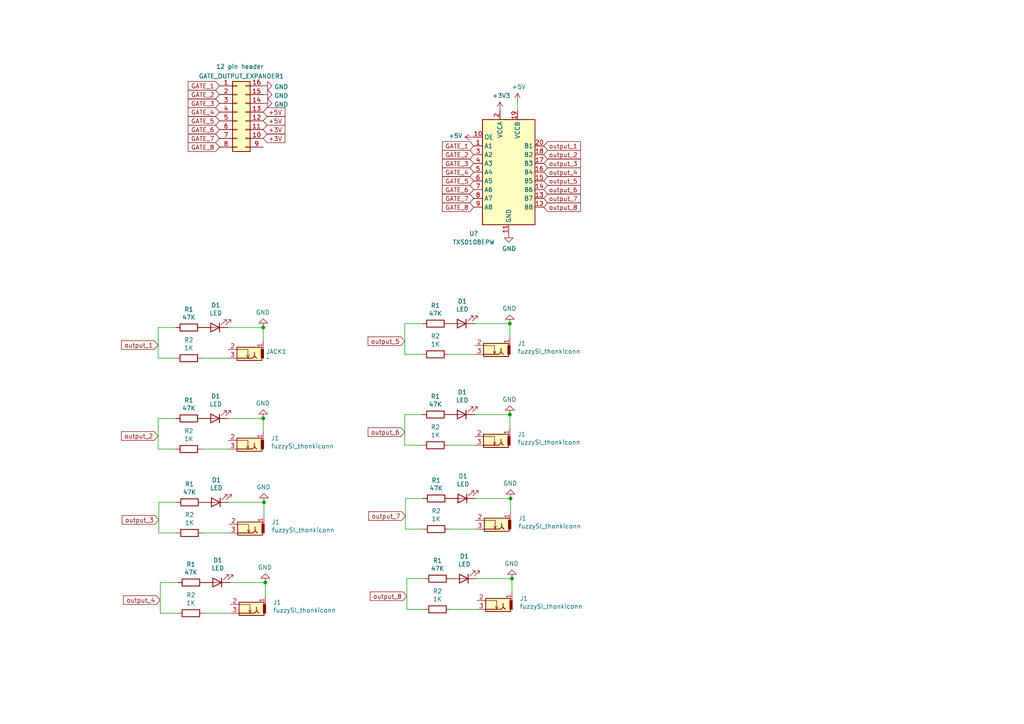
<source format=kicad_sch>
(kicad_sch (version 20230121) (generator eeschema)
  (paper "A4")
  (lib_symbols
    (symbol "Connector_Generic:Conn_02x08_Counter_Clockwise" (pin_names (offset 1.016) hide)
      (property "Reference" "J" (at 1.27 10.16 0))
      (property "Value" "Conn_02x08_Counter_Clockwise" (at 1.27 -12.7 0))
      (symbol "Conn_02x08_Counter_Clockwise_1_1"
        (rectangle (start -1.27 -10.033) (end 0 -10.287) (stroke (width 0.1524)))
        (rectangle (start -1.27 -7.493) (end 0 -7.747) (stroke (width 0.1524)))
        (rectangle (start -1.27 -4.953) (end 0 -5.207) (stroke (width 0.1524)))
        (rectangle (start -1.27 -2.413) (end 0 -2.667) (stroke (width 0.1524)))
        (rectangle (start -1.27 0.127) (end 0 -0.127) (stroke (width 0.1524)))
        (rectangle (start -1.27 2.667) (end 0 2.413) (stroke (width 0.1524)))
        (rectangle (start -1.27 5.207) (end 0 4.953) (stroke (width 0.1524)))
        (rectangle (start -1.27 7.747) (end 0 7.493) (stroke (width 0.1524)))
        (rectangle (start -1.27 8.89) (end 3.81 -11.43) (stroke (width 0.254)) (fill (type background)))
        (rectangle (start 3.81 -10.033) (end 2.54 -10.287) (stroke (width 0.1524)))
        (rectangle (start 3.81 -7.493) (end 2.54 -7.747) (stroke (width 0.1524)))
        (rectangle (start 3.81 -4.953) (end 2.54 -5.207) (stroke (width 0.1524)))
        (rectangle (start 3.81 -2.413) (end 2.54 -2.667) (stroke (width 0.1524)))
        (rectangle (start 3.81 0.127) (end 2.54 -0.127) (stroke (width 0.1524)))
        (rectangle (start 3.81 2.667) (end 2.54 2.413) (stroke (width 0.1524)))
        (rectangle (start 3.81 5.207) (end 2.54 4.953) (stroke (width 0.1524)))
        (rectangle (start 3.81 7.747) (end 2.54 7.493) (stroke (width 0.1524)))
        (pin passive line (at -5.08 7.62 0) (length 3.81) (name "Pin_1") (number "1"))
        (pin passive line (at 7.62 -7.62 180) (length 3.81) (name "Pin_10") (number "10"))
        (pin passive line (at 7.62 -5.08 180) (length 3.81) (name "Pin_11") (number "11"))
        (pin passive line (at 7.62 -2.54 180) (length 3.81) (name "Pin_12") (number "12"))
        (pin passive line (at 7.62 0 180) (length 3.81) (name "Pin_13") (number "13"))
        (pin passive line (at 7.62 2.54 180) (length 3.81) (name "Pin_14") (number "14"))
        (pin passive line (at 7.62 5.08 180) (length 3.81) (name "Pin_15") (number "15"))
        (pin passive line (at 7.62 7.62 180) (length 3.81) (name "Pin_16") (number "16"))
        (pin passive line (at -5.08 5.08 0) (length 3.81) (name "Pin_2") (number "2"))
        (pin passive line (at -5.08 2.54 0) (length 3.81) (name "Pin_3") (number "3"))
        (pin passive line (at -5.08 0 0) (length 3.81) (name "Pin_4") (number "4"))
        (pin passive line (at -5.08 -2.54 0) (length 3.81) (name "Pin_5") (number "5"))
        (pin passive line (at -5.08 -5.08 0) (length 3.81) (name "Pin_6") (number "6"))
        (pin passive line (at -5.08 -7.62 0) (length 3.81) (name "Pin_7") (number "7"))
        (pin passive line (at -5.08 -10.16 0) (length 3.81) (name "Pin_8") (number "8"))
        (pin passive line (at 7.62 -10.16 180) (length 3.81) (name "Pin_9") (number "9"))
      )
    )
    (symbol "Device:LED" (pin_numbers hide) (pin_names (offset 1.016) hide)
      (property "Reference" "D" (at 0 2.54 0))
      (property "Value" "LED" (at 0 -2.54 0))
      (symbol "LED_0_1"
        (polyline (pts (xy -1.27 -1.27) (xy -1.27 1.27)) (stroke (width 0.254)))
        (polyline (pts (xy -1.27 0) (xy 1.27 0)))
        (polyline (pts (xy 1.27 -1.27) (xy 1.27 1.27) (xy -1.27 0) (xy 1.27 -1.27)) (stroke (width 0.254)))
        (polyline (pts (xy -3.048 -0.762) (xy -4.572 -2.286) (xy -3.81 -2.286) (xy -4.572 -2.286) (xy -4.572 -1.524)))
        (polyline (pts (xy -1.778 -0.762) (xy -3.302 -2.286) (xy -2.54 -2.286) (xy -3.302 -2.286) (xy -3.302 -1.524)))
      )
      (symbol "LED_1_1"
        (pin passive line (at -3.81 0 0) (length 2.54) (name "K") (number "1"))
        (pin passive line (at 3.81 0 180) (length 2.54) (name "A") (number "2"))
      )
    )
    (symbol "Device:R" (pin_numbers hide) (pin_names (offset 0))
      (property "Reference" "R" (at 2.032 0 90))
      (property "Value" "R" (at 0 0 90))
      (symbol "R_0_1"
        (rectangle (start -1.016 -2.54) (end 1.016 2.54) (stroke (width 0.254)))
      )
      (symbol "R_1_1"
        (pin passive line (at 0 3.81 270) (length 1.27) (name "~") (number "1"))
        (pin passive line (at 0 -3.81 90) (length 1.27) (name "~") (number "2"))
      )
    )
    (symbol "Logic_LevelTranslator:TXS0108EPW"
      (property "Reference" "U" (at -6.35 16.51 0))
      (property "Value" "TXS0108EPW" (at 3.81 16.51 0))
      (symbol "TXS0108EPW_0_1"
        (rectangle (start -7.62 15.24) (end 7.62 -15.24) (stroke (width 0.254)) (fill (type background)))
      )
      (symbol "TXS0108EPW_1_1"
        (pin bidirectional line (at -10.16 7.62 0) (length 2.54) (name "A1") (number "1"))
        (pin input line (at -10.16 10.16 0) (length 2.54) (name "OE") (number "10"))
        (pin power_in line (at 0 -17.78 90) (length 2.54) (name "GND") (number "11"))
        (pin bidirectional line (at 10.16 -10.16 180) (length 2.54) (name "B8") (number "12"))
        (pin bidirectional line (at 10.16 -7.62 180) (length 2.54) (name "B7") (number "13"))
        (pin bidirectional line (at 10.16 -5.08 180) (length 2.54) (name "B6") (number "14"))
        (pin bidirectional line (at 10.16 -2.54 180) (length 2.54) (name "B5") (number "15"))
        (pin bidirectional line (at 10.16 0 180) (length 2.54) (name "B4") (number "16"))
        (pin bidirectional line (at 10.16 2.54 180) (length 2.54) (name "B3") (number "17"))
        (pin bidirectional line (at 10.16 5.08 180) (length 2.54) (name "B2") (number "18"))
        (pin power_in line (at 2.54 17.78 270) (length 2.54) (name "VCCB") (number "19"))
        (pin power_in line (at -2.54 17.78 270) (length 2.54) (name "VCCA") (number "2"))
        (pin bidirectional line (at 10.16 7.62 180) (length 2.54) (name "B1") (number "20"))
        (pin bidirectional line (at -10.16 5.08 0) (length 2.54) (name "A2") (number "3"))
        (pin bidirectional line (at -10.16 2.54 0) (length 2.54) (name "A3") (number "4"))
        (pin bidirectional line (at -10.16 0 0) (length 2.54) (name "A4") (number "5"))
        (pin bidirectional line (at -10.16 -2.54 0) (length 2.54) (name "A5") (number "6"))
        (pin bidirectional line (at -10.16 -5.08 0) (length 2.54) (name "A6") (number "7"))
        (pin bidirectional line (at -10.16 -7.62 0) (length 2.54) (name "A7") (number "8"))
        (pin bidirectional line (at -10.16 -10.16 0) (length 2.54) (name "A8") (number "9"))
      )
    )
    (symbol "power:+3V3" (power) (pin_names (offset 0))
      (property "Value" "+3V3" (at 0 3.556 0))
      (symbol "+3V3_0_1"
        (polyline (pts (xy -0.762 1.27) (xy 0 2.54)))
        (polyline (pts (xy 0 0) (xy 0 2.54)))
        (polyline (pts (xy 0 2.54) (xy 0.762 1.27)))
      )
      (symbol "+3V3_1_1"
        (pin power_in line (at 0 0 90) (length 0) hide (name "+3V3") (number "1"))
      )
    )
    (symbol "power:+5V" (power) (pin_names (offset 0))
      (property "Value" "+5V" (at 0 3.556 0))
      (symbol "+5V_0_1"
        (polyline (pts (xy -0.762 1.27) (xy 0 2.54)))
        (polyline (pts (xy 0 0) (xy 0 2.54)))
        (polyline (pts (xy 0 2.54) (xy 0.762 1.27)))
      )
      (symbol "+5V_1_1"
        (pin power_in line (at 0 0 90) (length 0) hide (name "+5V") (number "1"))
      )
    )
    (symbol "power:GND" (power) (pin_names (offset 0))
      (property "Value" "GND" (at 0 -3.81 0))
      (symbol "GND_0_1"
        (polyline (pts (xy 0 0) (xy 0 -1.27) (xy 1.27 -1.27) (xy 0 -2.54) (xy -1.27 -1.27) (xy 0 -1.27)))
      )
      (symbol "GND_1_1"
        (pin power_in line (at 0 0 270) (length 0) hide (name "GND") (number "1"))
      )
    )
    (symbol "usb_midi_clocker circuits-rescue:fuzzySI_thonkiconn-thonkiconn_jackSocket_fuzzySi" (pin_names (offset 1.016))
      (property "Reference" "J" (at -1.27 4.445 0))
      (property "Value" "thonkiconn_jackSocket_fuzzySi_fuzzySI_thonkiconn" (at 4.318 -1.778 0))
      (symbol "fuzzySI_thonkiconn-thonkiconn_jackSocket_fuzzySi_0_0"
        (text "1" (at -2.54 1.27 0) (effects (font (size 0.762 0.762))))
      )
      (symbol "fuzzySI_thonkiconn-thonkiconn_jackSocket_fuzzySi_0_1"
        (rectangle (start -4.699 3.175) (end 2.54 -0.635) (stroke (width 0.254)) (fill (type background)))
        (rectangle (start -4.445 0) (end -5.207 2.54) (fill (type outline)))
        (polyline (pts (xy -0.635 2.413) (xy -0.254 1.651)))
        (polyline (pts (xy 2.54 0) (xy -0.635 0) (xy -0.635 2.413) (xy -1.016 1.651)))
        (polyline (pts (xy 2.54 2.54) (xy -1.905 2.54) (xy -2.54 1.905) (xy -3.175 2.54)) (stroke (width 0.254)))
      )
      (symbol "fuzzySI_thonkiconn-thonkiconn_jackSocket_fuzzySi_1_1"
        (pin passive line (at -5.08 -2.54 90) (length 2.54) (name "~") (number "1"))
        (pin passive line (at 5.08 0 180) (length 2.54) (name "~") (number "2"))
        (pin passive line (at 5.08 2.54 180) (length 2.54) (name "~") (number "3"))
      )
    )
  )
  (junction (at 76.3524 94.996))
  (junction (at 147.8788 93.8784))
  (junction (at 147.8788 120.2436))
  (junction (at 76.962 168.9608))
  (junction (at 76.5556 145.6944))
  (junction (at 76.3524 121.3612))
  (junction (at 148.4884 167.8432))
  (junction (at 148.082 144.5768))
  (wire (pts (xy 148.082 148.3868) (xy 148.082 144.5768)))
  (wire (pts (xy 76.3524 98.806) (xy 76.3524 94.996)))
  (wire (pts (xy 147.8788 124.0536) (xy 147.8788 120.2436)))
  (wire (pts (xy 66.1924 130.2512) (xy 58.5724 130.2512)))
  (wire (pts (xy 138.3284 176.7332) (xy 130.7084 176.7332)))
  (wire (pts (xy 51.562 168.9608) (xy 46.482 168.9608)))
  (wire (pts (xy 45.8724 130.2512) (xy 50.9524 130.2512)))
  (wire (pts (xy 45.8724 103.886) (xy 50.9524 103.886)))
  (wire (pts (xy 117.3988 93.8784) (xy 117.3988 102.7684)))
  (wire (pts (xy 147.8788 93.8784) (xy 137.7188 93.8784)))
  (wire (pts (xy 118.0084 167.8432) (xy 118.0084 176.7332)))
  (wire (pts (xy 117.3988 120.2436) (xy 117.3988 129.1336)))
  (wire (pts (xy 122.4788 93.8784) (xy 117.3988 93.8784)))
  (wire (pts (xy 76.5556 145.6944) (xy 66.3956 145.6944)))
  (wire (pts (xy 147.8788 120.2436) (xy 137.7188 120.2436)))
  (wire (pts (xy 117.3988 129.1336) (xy 122.4788 129.1336)))
  (wire (pts (xy 76.962 172.7708) (xy 76.962 168.9608)))
  (wire (pts (xy 45.8724 94.996) (xy 45.8724 103.886)))
  (wire (pts (xy 66.3956 154.5844) (xy 58.7756 154.5844)))
  (wire (pts (xy 46.482 177.8508) (xy 51.562 177.8508)))
  (wire (pts (xy 148.4884 171.6532) (xy 148.4884 167.8432)))
  (wire (pts (xy 76.3524 94.996) (xy 66.1924 94.996)))
  (wire (pts (xy 51.1556 145.6944) (xy 46.0756 145.6944)))
  (wire (pts (xy 76.5556 149.5044) (xy 76.5556 145.6944)))
  (wire (pts (xy 66.802 177.8508) (xy 59.182 177.8508)))
  (wire (pts (xy 46.0756 145.6944) (xy 46.0756 154.5844)))
  (wire (pts (xy 46.0756 154.5844) (xy 51.1556 154.5844)))
  (wire (pts (xy 148.4884 167.8432) (xy 138.3284 167.8432)))
  (wire (pts (xy 150.0886 29.6164) (xy 150.0886 32.1564)))
  (wire (pts (xy 117.3988 102.7684) (xy 122.4788 102.7684)))
  (wire (pts (xy 118.0084 176.7332) (xy 123.0884 176.7332)))
  (wire (pts (xy 50.9524 121.3612) (xy 45.8724 121.3612)))
  (wire (pts (xy 137.7188 102.7684) (xy 130.0988 102.7684)))
  (wire (pts (xy 123.0884 167.8432) (xy 118.0084 167.8432)))
  (wire (pts (xy 117.602 153.4668) (xy 122.682 153.4668)))
  (wire (pts (xy 76.962 168.9608) (xy 66.802 168.9608)))
  (wire (pts (xy 147.8788 97.6884) (xy 147.8788 93.8784)))
  (wire (pts (xy 46.482 168.9608) (xy 46.482 177.8508)))
  (wire (pts (xy 122.682 144.5768) (xy 117.602 144.5768)))
  (wire (pts (xy 76.3524 125.1712) (xy 76.3524 121.3612)))
  (wire (pts (xy 45.8724 121.3612) (xy 45.8724 130.2512)))
  (wire (pts (xy 76.3524 121.3612) (xy 66.1924 121.3612)))
  (wire (pts (xy 148.082 144.5768) (xy 137.922 144.5768)))
  (wire (pts (xy 66.1924 103.886) (xy 58.5724 103.886)))
  (wire (pts (xy 122.4788 120.2436) (xy 117.3988 120.2436)))
  (wire (pts (xy 137.922 153.4668) (xy 130.302 153.4668)))
  (wire (pts (xy 117.602 144.5768) (xy 117.602 153.4668)))
  (wire (pts (xy 50.9524 94.996) (xy 45.8724 94.996)))
  (wire (pts (xy 137.7188 129.1336) (xy 130.0988 129.1336)))
  (global_label "GATE_2" (shape input) (at 63.6524 27.432 180) (property "Intersheetrefs" "${INTERSHEET_REFS}" (effects hide)))
  (global_label "output_5" (shape input) (at 117.3988 98.9584 180) (property "Intersheetrefs" "${INTERSHEET_REFS}" (effects hide)))
  (global_label "+3V" (shape input) (at 76.3524 40.132 0) (property "Intersheetrefs" "${INTERSHEET_REFS}" (effects hide)))
  (global_label "GATE_3" (shape input) (at 137.3886 47.3964 180) (property "Intersheetrefs" "${INTERSHEET_REFS}" (effects hide)))
  (global_label "GATE_5" (shape input) (at 63.6524 35.052 180) (property "Intersheetrefs" "${INTERSHEET_REFS}" (effects hide)))
  (global_label "GATE_6" (shape input) (at 63.6524 37.592 180) (property "Intersheetrefs" "${INTERSHEET_REFS}" (effects hide)))
  (global_label "output_6" (shape input) (at 117.3988 125.3236 180) (property "Intersheetrefs" "${INTERSHEET_REFS}" (effects hide)))
  (global_label "+5V" (shape input) (at 76.3524 35.052 0) (property "Intersheetrefs" "${INTERSHEET_REFS}" (effects hide)))
  (global_label "output_6" (shape input) (at 157.7086 55.0164 0) (property "Intersheetrefs" "${INTERSHEET_REFS}" (effects hide)))
  (global_label "GATE_8" (shape input) (at 63.6524 42.672 180) (property "Intersheetrefs" "${INTERSHEET_REFS}" (effects hide)))
  (global_label "GATE_1" (shape input) (at 63.6524 24.892 180) (property "Intersheetrefs" "${INTERSHEET_REFS}" (effects hide)))
  (global_label "output_5" (shape input) (at 157.7086 52.4764 0) (property "Intersheetrefs" "${INTERSHEET_REFS}" (effects hide)))
  (global_label "output_8" (shape input) (at 157.7086 60.0964 0) (property "Intersheetrefs" "${INTERSHEET_REFS}" (effects hide)))
  (global_label "GATE_2" (shape input) (at 137.3886 44.8564 180) (property "Intersheetrefs" "${INTERSHEET_REFS}" (effects hide)))
  (global_label "output_4" (shape input) (at 157.7086 49.9364 0) (property "Intersheetrefs" "${INTERSHEET_REFS}" (effects hide)))
  (global_label "output_2" (shape input) (at 45.8724 126.4412 180) (property "Intersheetrefs" "${INTERSHEET_REFS}" (effects hide)))
  (global_label "output_2" (shape input) (at 157.7086 44.8564 0) (property "Intersheetrefs" "${INTERSHEET_REFS}" (effects hide)))
  (global_label "GATE_6" (shape input) (at 137.3886 55.0164 180) (property "Intersheetrefs" "${INTERSHEET_REFS}" (effects hide)))
  (global_label "GATE_8" (shape input) (at 137.3886 60.0964 180) (property "Intersheetrefs" "${INTERSHEET_REFS}" (effects hide)))
  (global_label "output_8" (shape input) (at 118.0084 172.9232 180) (property "Intersheetrefs" "${INTERSHEET_REFS}" (effects hide)))
  (global_label "output_7" (shape input) (at 157.7086 57.5564 0) (property "Intersheetrefs" "${INTERSHEET_REFS}" (effects hide)))
  (global_label "output_3" (shape input) (at 46.0756 150.7744 180) (property "Intersheetrefs" "${INTERSHEET_REFS}" (effects hide)))
  (global_label "+3V" (shape input) (at 76.3524 37.592 0) (property "Intersheetrefs" "${INTERSHEET_REFS}" (effects hide)))
  (global_label "GATE_1" (shape input) (at 137.3886 42.3164 180) (property "Intersheetrefs" "${INTERSHEET_REFS}" (effects hide)))
  (global_label "GATE_5" (shape input) (at 137.3886 52.4764 180) (property "Intersheetrefs" "${INTERSHEET_REFS}" (effects hide)))
  (global_label "+5V" (shape input) (at 76.3524 32.512 0) (property "Intersheetrefs" "${INTERSHEET_REFS}" (effects hide)))
  (global_label "output_7" (shape input) (at 117.602 149.6568 180) (property "Intersheetrefs" "${INTERSHEET_REFS}" (effects hide)))
  (global_label "GATE_3" (shape input) (at 63.6524 29.972 180) (property "Intersheetrefs" "${INTERSHEET_REFS}" (effects hide)))
  (global_label "GATE_7" (shape input) (at 137.3886 57.5564 180) (property "Intersheetrefs" "${INTERSHEET_REFS}" (effects hide)))
  (global_label "output_1" (shape input) (at 45.8724 100.076 180) (property "Intersheetrefs" "${INTERSHEET_REFS}" (effects hide)))
  (global_label "GATE_7" (shape input) (at 63.6524 40.132 180) (property "Intersheetrefs" "${INTERSHEET_REFS}" (effects hide)))
  (global_label "output_3" (shape input) (at 157.7086 47.3964 0) (property "Intersheetrefs" "${INTERSHEET_REFS}" (effects hide)))
  (global_label "GATE_4" (shape input) (at 63.6524 32.512 180) (property "Intersheetrefs" "${INTERSHEET_REFS}" (effects hide)))
  (global_label "GATE_4" (shape input) (at 137.3886 49.9364 180) (property "Intersheetrefs" "${INTERSHEET_REFS}" (effects hide)))
  (global_label "output_4" (shape input) (at 46.482 174.0408 180) (property "Intersheetrefs" "${INTERSHEET_REFS}" (effects hide)))
  (global_label "output_1" (shape input) (at 157.7086 42.3164 0) (property "Intersheetrefs" "${INTERSHEET_REFS}" (effects hide)))
  (symbol (lib_id "Device:R") (at 126.2888 120.2436 270) (unit 1)
    (property "Reference" "R1" (at 126.2888 114.9858 90))
    (property "Value" "47K" (at 126.2888 117.2972 90))
    (property "Footprint" "Resistor_THT:R_Axial_DIN0309_L9.0mm_D3.2mm_P2.54mm_Vertical" (effects hide))
    (instances (project "usb_midi_clocker circuits" (path "" (reference "R1") (unit 1)) (path "" (reference "R11") (unit 1))))
  )
  (symbol (lib_id "Device:LED") (at 62.3824 94.996 180) (unit 1)
    (property "Reference" "D1" (at 62.5602 88.519 0))
    (property "Value" "LED" (at 62.5602 90.8304 0))
    (property "Footprint" "LED_THT:LED_D3.0mm" (effects hide))
  )
  (symbol (lib_id "power:+3V3") (at 145.0086 32.1564 0) (unit 1)
    (property "Reference" "#PWR?" (effects hide))
    (property "Value" "+3V3" (at 145.3896 27.7622 0))
    (instances (project "usb_midi_clocker circuits" (path "" (reference "#PWR?") (unit 1)) (path "" (reference "#PWR026") (unit 1))))
  )
  (symbol (lib_id "Device:R") (at 54.9656 154.5844 270) (unit 1)
    (property "Reference" "R2" (at 54.9656 149.3266 90))
    (property "Value" "1K" (at 54.9656 151.638 90))
    (property "Footprint" "Resistor_THT:R_Axial_DIN0309_L9.0mm_D3.2mm_P2.54mm_Vertical" (effects hide))
    (instances (project "usb_midi_clocker circuits" (path "" (reference "R2") (unit 1)) (path "" (reference "R6") (unit 1))))
  )
  (symbol (lib_id "Device:LED") (at 134.5184 167.8432 180) (unit 1)
    (property "Reference" "D1" (at 134.6962 161.3662 0))
    (property "Value" "LED" (at 134.6962 163.6776 0))
    (property "Footprint" "LED_THT:LED_D3.0mm" (effects hide))
    (instances (project "usb_midi_clocker circuits" (path "" (reference "D1") (unit 1)) (path "" (reference "D8") (unit 1))))
  )
  (symbol (lib_id "power:+5V") (at 150.0886 29.6164 0) (unit 1)
    (property "Reference" "#PWR?" (effects hide))
    (property "Value" "+5V" (at 150.4696 25.2222 0))
    (instances (project "usb_midi_clocker circuits" (path "" (reference "#PWR?") (unit 1)) (path "" (reference "#PWR040") (unit 1))))
  )
  (symbol (lib_id "Device:R") (at 54.7624 121.3612 270) (unit 1)
    (property "Reference" "R1" (at 54.7624 116.1034 90))
    (property "Value" "47K" (at 54.7624 118.4148 90))
    (property "Footprint" "Resistor_THT:R_Axial_DIN0309_L9.0mm_D3.2mm_P2.54mm_Vertical" (effects hide))
    (instances (project "usb_midi_clocker circuits" (path "" (reference "R1") (unit 1)) (path "" (reference "R3") (unit 1))))
  )
  (symbol (lib_id "Device:R") (at 55.372 168.9608 270) (unit 1)
    (property "Reference" "R1" (at 55.372 163.703 90))
    (property "Value" "47K" (at 55.372 166.0144 90))
    (property "Footprint" "Resistor_THT:R_Axial_DIN0309_L9.0mm_D3.2mm_P2.54mm_Vertical" (effects hide))
    (instances (project "usb_midi_clocker circuits" (path "" (reference "R1") (unit 1)) (path "" (reference "R7") (unit 1))))
  )
  (symbol (lib_id "Device:LED") (at 62.5856 145.6944 180) (unit 1)
    (property "Reference" "D1" (at 62.7634 139.2174 0))
    (property "Value" "LED" (at 62.7634 141.5288 0))
    (property "Footprint" "Diode_THT:D_DO-41_SOD81_P10.16mm_Horizontal" (effects hide))
    (instances (project "usb_midi_clocker circuits" (path "" (reference "D1") (unit 1)) (path "" (reference "D3") (unit 1))))
  )
  (symbol (lib_id "power:GND") (at 148.082 144.5768 180) (unit 1)
    (property "Reference" "#PWR0101" (effects hide))
    (property "Value" "GND" (at 147.955 140.1826 0))
    (instances (project "usb_midi_clocker circuits" (path "" (reference "#PWR0101") (unit 1)) (path "" (reference "#PWR035") (unit 1))))
  )
  (symbol (lib_id "Device:R") (at 54.9656 145.6944 270) (unit 1)
    (property "Reference" "R1" (at 54.9656 140.4366 90))
    (property "Value" "47K" (at 54.9656 142.748 90))
    (property "Footprint" "Resistor_THT:R_Axial_DIN0309_L9.0mm_D3.2mm_P2.54mm_Vertical" (effects hide))
    (instances (project "usb_midi_clocker circuits" (path "" (reference "R1") (unit 1)) (path "" (reference "R5") (unit 1))))
  )
  (symbol (lib_id "power:GND") (at 148.4884 167.8432 180) (unit 1)
    (property "Reference" "#PWR0101" (effects hide))
    (property "Value" "GND" (at 148.3614 163.449 0))
    (instances (project "usb_midi_clocker circuits" (path "" (reference "#PWR0101") (unit 1)) (path "" (reference "#PWR039") (unit 1))))
  )
  (symbol (lib_id "usb_midi_clocker circuits-rescue:fuzzySI_thonkiconn-thonkiconn_jackSocket_fuzzySi") (at 71.4756 152.0444 180) (unit 1)
    (property "Reference" "J1" (at 78.7908 151.4348 0) (effects (justify right)))
    (property "Value" "fuzzySI_thonkiconn" (at 78.7908 153.7462 0) (effects (justify right)))
    (property "Footprint" "Connector_Audio:Jack_3.5mm_QingPu_WQP-PJ398SM_Vertical_CircularHoles" (effects hide))
    (instances (project "usb_midi_clocker circuits" (path "" (reference "J1") (unit 1)) (path "" (reference "JACK3") (unit 1))))
  )
  (symbol (lib_id "power:GND") (at 76.5556 145.6944 180) (unit 1)
    (property "Reference" "#PWR0101" (effects hide))
    (property "Value" "GND" (at 76.4286 141.3002 0))
    (instances (project "usb_midi_clocker circuits" (path "" (reference "#PWR0101") (unit 1)) (path "" (reference "#PWR023") (unit 1))))
  )
  (symbol (lib_id "Device:R") (at 126.2888 102.7684 270) (unit 1)
    (property "Reference" "R2" (at 126.2888 97.5106 90))
    (property "Value" "1K" (at 126.2888 99.822 90))
    (property "Footprint" "Resistor_THT:R_Axial_DIN0309_L9.0mm_D3.2mm_P2.54mm_Vertical" (effects hide))
    (instances (project "usb_midi_clocker circuits" (path "" (reference "R2") (unit 1)) (path "" (reference "R10") (unit 1))))
  )
  (symbol (lib_id "power:GND") (at 76.3524 29.972 90) (unit 1)
    (property "Reference" "#PWR034" (effects hide))
    (property "Value" "GND" (at 79.5274 30.2888 90) (effects (justify right)))
    (instances (project "usb_midi_clocker circuits" (path "" (reference "#PWR034") (unit 1)) (path "" (reference "#PWR014") (unit 1))))
  )
  (symbol (lib_id "usb_midi_clocker circuits-rescue:fuzzySI_thonkiconn-thonkiconn_jackSocket_fuzzySi") (at 143.002 150.9268 180) (unit 1)
    (property "Reference" "J1" (at 150.3172 150.3172 0) (effects (justify right)))
    (property "Value" "fuzzySI_thonkiconn" (at 150.3172 152.6286 0) (effects (justify right)))
    (property "Footprint" "Connector_Audio:Jack_3.5mm_QingPu_WQP-PJ398SM_Vertical_CircularHoles" (effects hide))
    (instances (project "usb_midi_clocker circuits" (path "" (reference "J1") (unit 1)) (path "" (reference "JACK7") (unit 1))))
  )
  (symbol (lib_id "power:GND") (at 147.8788 120.2436 180) (unit 1)
    (property "Reference" "#PWR0101" (effects hide))
    (property "Value" "GND" (at 147.7518 115.8494 0))
    (instances (project "usb_midi_clocker circuits" (path "" (reference "#PWR0101") (unit 1)) (path "" (reference "#PWR034") (unit 1))))
  )
  (symbol (lib_id "power:GND") (at 76.3524 27.432 90) (unit 1)
    (property "Reference" "#PWR033" (effects hide))
    (property "Value" "GND" (at 79.5274 27.7488 90) (effects (justify right)))
    (instances (project "usb_midi_clocker circuits" (path "" (reference "#PWR033") (unit 1)) (path "" (reference "#PWR011") (unit 1))))
  )
  (symbol (lib_id "Device:R") (at 54.7624 130.2512 270) (unit 1)
    (property "Reference" "R2" (at 54.7624 124.9934 90))
    (property "Value" "1K" (at 54.7624 127.3048 90))
    (property "Footprint" "Resistor_THT:R_Axial_DIN0309_L9.0mm_D3.2mm_P2.54mm_Vertical" (effects hide))
    (instances (project "usb_midi_clocker circuits" (path "" (reference "R2") (unit 1)) (path "" (reference "R4") (unit 1))))
  )
  (symbol (lib_id "Device:R") (at 126.8984 167.8432 270) (unit 1)
    (property "Reference" "R1" (at 126.8984 162.5854 90))
    (property "Value" "47K" (at 126.8984 164.8968 90))
    (property "Footprint" "Resistor_THT:R_Axial_DIN0309_L9.0mm_D3.2mm_P2.54mm_Vertical" (effects hide))
    (instances (project "usb_midi_clocker circuits" (path "" (reference "R1") (unit 1)) (path "" (reference "R15") (unit 1))))
  )
  (symbol (lib_id "Device:R") (at 126.8984 176.7332 270) (unit 1)
    (property "Reference" "R2" (at 126.8984 171.4754 90))
    (property "Value" "1K" (at 126.8984 173.7868 90))
    (property "Footprint" "Resistor_THT:R_Axial_DIN0309_L9.0mm_D3.2mm_P2.54mm_Vertical" (effects hide))
    (instances (project "usb_midi_clocker circuits" (path "" (reference "R2") (unit 1)) (path "" (reference "R16") (unit 1))))
  )
  (symbol (lib_id "Device:R") (at 126.492 144.5768 270) (unit 1)
    (property "Reference" "R1" (at 126.492 139.319 90))
    (property "Value" "47K" (at 126.492 141.6304 90))
    (property "Footprint" "Resistor_THT:R_Axial_DIN0309_L9.0mm_D3.2mm_P2.54mm_Vertical" (effects hide))
    (instances (project "usb_midi_clocker circuits" (path "" (reference "R1") (unit 1)) (path "" (reference "R13") (unit 1))))
  )
  (symbol (lib_id "usb_midi_clocker circuits-rescue:fuzzySI_thonkiconn-thonkiconn_jackSocket_fuzzySi") (at 143.4084 174.1932 180) (unit 1)
    (property "Reference" "J1" (at 150.7236 173.5836 0) (effects (justify right)))
    (property "Value" "fuzzySI_thonkiconn" (at 150.7236 175.895 0) (effects (justify right)))
    (property "Footprint" "Connector_Audio:Jack_3.5mm_QingPu_WQP-PJ398SM_Vertical_CircularHoles" (effects hide))
    (instances (project "usb_midi_clocker circuits" (path "" (reference "J1") (unit 1)) (path "" (reference "JACK8") (unit 1))))
  )
  (symbol (lib_id "usb_midi_clocker circuits-rescue:fuzzySI_thonkiconn-thonkiconn_jackSocket_fuzzySi") (at 142.7988 126.5936 180) (unit 1)
    (property "Reference" "J1" (at 150.114 125.984 0) (effects (justify right)))
    (property "Value" "fuzzySI_thonkiconn" (at 150.114 128.2954 0) (effects (justify right)))
    (property "Footprint" "Connector_Audio:Jack_3.5mm_QingPu_WQP-PJ398SM_Vertical_CircularHoles" (effects hide))
    (instances (project "usb_midi_clocker circuits" (path "" (reference "J1") (unit 1)) (path "" (reference "JACK6") (unit 1))))
  )
  (symbol (lib_id "Device:LED") (at 133.9088 93.8784 180) (unit 1)
    (property "Reference" "D1" (at 134.0866 87.4014 0))
    (property "Value" "LED" (at 134.0866 89.7128 0))
    (property "Footprint" "LED_THT:LED_D3.0mm" (effects hide))
    (instances (project "usb_midi_clocker circuits" (path "" (reference "D1") (unit 1)) (path "" (reference "D5") (unit 1))))
  )
  (symbol (lib_id "Device:R") (at 54.7624 103.886 270) (unit 1)
    (property "Reference" "R2" (at 54.7624 98.6282 90))
    (property "Value" "1K" (at 54.7624 100.9396 90))
    (property "Footprint" "Resistor_THT:R_Axial_DIN0309_L9.0mm_D3.2mm_P2.54mm_Vertical" (effects hide))
  )
  (symbol (lib_id "power:GND") (at 76.3524 24.892 90) (unit 1)
    (property "Reference" "#PWR033" (effects hide))
    (property "Value" "GND" (at 79.5274 25.2088 90) (effects (justify right)))
    (instances (project "usb_midi_clocker circuits" (path "" (reference "#PWR033") (unit 1)) (path "" (reference "#PWR06") (unit 1))))
  )
  (symbol (lib_id "usb_midi_clocker circuits-rescue:fuzzySI_thonkiconn-thonkiconn_jackSocket_fuzzySi") (at 142.7988 100.2284 180) (unit 1)
    (property "Reference" "J1" (at 150.114 99.6188 0) (effects (justify right)))
    (property "Value" "fuzzySI_thonkiconn" (at 150.114 101.9302 0) (effects (justify right)))
    (property "Footprint" "Connector_Audio:Jack_3.5mm_QingPu_WQP-PJ398SM_Vertical_CircularHoles" (effects hide))
    (instances (project "usb_midi_clocker circuits" (path "" (reference "J1") (unit 1)) (path "" (reference "JACK5") (unit 1))))
  )
  (symbol (lib_id "power:GND") (at 147.8788 93.8784 180) (unit 1)
    (property "Reference" "#PWR0101" (effects hide))
    (property "Value" "GND" (at 147.7518 89.4842 0))
    (instances (project "usb_midi_clocker circuits" (path "" (reference "#PWR0101") (unit 1)) (path "" (reference "#PWR033") (unit 1))))
  )
  (symbol (lib_id "power:GND") (at 76.3524 121.3612 180) (unit 1)
    (property "Reference" "#PWR0101" (effects hide))
    (property "Value" "GND" (at 76.2254 116.967 0))
    (instances (project "usb_midi_clocker circuits" (path "" (reference "#PWR0101") (unit 1)) (path "" (reference "#PWR022") (unit 1))))
  )
  (symbol (lib_id "usb_midi_clocker circuits-rescue:fuzzySI_thonkiconn-thonkiconn_jackSocket_fuzzySi") (at 71.2724 101.346 180) (unit 1)
    (property "Reference" "JACK1" (at 77.1144 101.9723 0) (effects (justify right)))
    (property "Value" "~" (at 77.1144 103.8933 0) (effects (justify right)))
    (property "Footprint" "Connector_Audio:Jack_3.5mm_QingPu_WQP-PJ398SM_Vertical_CircularHoles" (effects hide))
  )
  (symbol (lib_id "Logic_LevelTranslator:TXS0108EPW") (at 147.5486 49.9364 0) (unit 1)
    (property "Reference" "U?" (at 137.3886 67.7164 0))
    (property "Value" "TXS0108EPW" (at 137.3886 70.2564 0))
    (property "Footprint" "Package_SO:TSSOP-20_4.4x6.5mm_P0.65mm" (effects hide))
    (property "Datasheet" "www.ti.com/lit/ds/symlink/txs0108e.pdf" (effects hide))
    (instances (project "usb_midi_clocker circuits" (path "" (reference "U?") (unit 1)) (path "" (reference "U3") (unit 1))))
  )
  (symbol (lib_id "power:GND") (at 76.962 168.9608 180) (unit 1)
    (property "Reference" "#PWR0101" (effects hide))
    (property "Value" "GND" (at 76.835 164.5666 0))
    (instances (project "usb_midi_clocker circuits" (path "" (reference "#PWR0101") (unit 1)) (path "" (reference "#PWR024") (unit 1))))
  )
  (symbol (lib_id "usb_midi_clocker circuits-rescue:fuzzySI_thonkiconn-thonkiconn_jackSocket_fuzzySi") (at 71.882 175.3108 180) (unit 1)
    (property "Reference" "J1" (at 79.1972 174.7012 0) (effects (justify right)))
    (property "Value" "fuzzySI_thonkiconn" (at 79.1972 177.0126 0) (effects (justify right)))
    (property "Footprint" "Connector_Audio:Jack_3.5mm_QingPu_WQP-PJ398SM_Vertical_CircularHoles" (effects hide))
    (instances (project "usb_midi_clocker circuits" (path "" (reference "J1") (unit 1)) (path "" (reference "JACK4") (unit 1))))
  )
  (symbol (lib_id "Device:R") (at 126.492 153.4668 270) (unit 1)
    (property "Reference" "R2" (at 126.492 148.209 90))
    (property "Value" "1K" (at 126.492 150.5204 90))
    (property "Footprint" "Resistor_THT:R_Axial_DIN0309_L9.0mm_D3.2mm_P2.54mm_Vertical" (effects hide))
    (instances (project "usb_midi_clocker circuits" (path "" (reference "R2") (unit 1)) (path "" (reference "R14") (unit 1))))
  )
  (symbol (lib_id "Device:R") (at 54.7624 94.996 270) (unit 1)
    (property "Reference" "R1" (at 54.7624 89.7382 90))
    (property "Value" "47K" (at 54.7624 92.0496 90))
    (property "Footprint" "Resistor_THT:R_Axial_DIN0309_L9.0mm_D3.2mm_P2.54mm_Vertical" (effects hide))
  )
  (symbol (lib_id "power:GND") (at 76.3524 94.996 180) (unit 1)
    (property "Reference" "#PWR0101" (effects hide))
    (property "Value" "GND" (at 76.2254 90.6018 0))
    (instances (project "usb_midi_clocker circuits" (path "" (reference "#PWR0101") (unit 1)) (path "" (reference "#PWR016") (unit 1))))
  )
  (symbol (lib_id "Connector_Generic:Conn_02x08_Counter_Clockwise") (at 68.7324 32.512 0) (unit 1)
    (property "Reference" "GATE_OUTPUT_EXPANDER1" (at 70.0024 22.098 0))
    (property "Value" "12 pin header" (at 69.5452 19.304 0))
    (property "Footprint" "Connector_PinHeader_2.54mm:PinHeader_2x08_P2.54mm_Vertical" (effects hide))
  )
  (symbol (lib_id "power:GND") (at 147.5486 67.7164 0) (unit 1)
    (property "Reference" "#PWR?" (effects hide))
    (property "Value" "GND" (at 147.6756 72.1106 0))
    (instances (project "usb_midi_clocker circuits" (path "" (reference "#PWR?") (unit 1)) (path "" (reference "#PWR027") (unit 1))))
  )
  (symbol (lib_id "Device:LED") (at 134.112 144.5768 180) (unit 1)
    (property "Reference" "D1" (at 134.2898 138.0998 0))
    (property "Value" "LED" (at 134.2898 140.4112 0))
    (property "Footprint" "LED_THT:LED_D3.0mm" (effects hide))
    (instances (project "usb_midi_clocker circuits" (path "" (reference "D1") (unit 1)) (path "" (reference "D7") (unit 1))))
  )
  (symbol (lib_id "power:+5V") (at 137.3886 39.7764 90) (unit 1)
    (property "Reference" "#PWR?" (effects hide))
    (property "Value" "+5V" (at 134.1374 39.3954 90) (effects (justify left)))
    (instances (project "usb_midi_clocker circuits" (path "" (reference "#PWR?") (unit 1)) (path "" (reference "#PWR025") (unit 1))))
  )
  (symbol (lib_id "Device:R") (at 126.2888 93.8784 270) (unit 1)
    (property "Reference" "R1" (at 126.2888 88.6206 90))
    (property "Value" "47K" (at 126.2888 90.932 90))
    (property "Footprint" "Resistor_THT:R_Axial_DIN0309_L9.0mm_D3.2mm_P2.54mm_Vertical" (effects hide))
    (instances (project "usb_midi_clocker circuits" (path "" (reference "R1") (unit 1)) (path "" (reference "R9") (unit 1))))
  )
  (symbol (lib_id "usb_midi_clocker circuits-rescue:fuzzySI_thonkiconn-thonkiconn_jackSocket_fuzzySi") (at 71.2724 127.7112 180) (unit 1)
    (property "Reference" "J1" (at 78.5876 127.1016 0) (effects (justify right)))
    (property "Value" "fuzzySI_thonkiconn" (at 78.5876 129.413 0) (effects (justify right)))
    (property "Footprint" "Connector_Audio:Jack_3.5mm_QingPu_WQP-PJ398SM_Vertical_CircularHoles" (effects hide))
    (instances (project "usb_midi_clocker circuits" (path "" (reference "J1") (unit 1)) (path "" (reference "JACK2") (unit 1))))
  )
  (symbol (lib_id "Device:LED") (at 133.9088 120.2436 180) (unit 1)
    (property "Reference" "D1" (at 134.0866 113.7666 0))
    (property "Value" "LED" (at 134.0866 116.078 0))
    (property "Footprint" "LED_THT:LED_D3.0mm" (effects hide))
    (instances (project "usb_midi_clocker circuits" (path "" (reference "D1") (unit 1)) (path "" (reference "D6") (unit 1))))
  )
  (symbol (lib_id "Device:LED") (at 62.3824 121.3612 180) (unit 1)
    (property "Reference" "D1" (at 62.5602 114.8842 0))
    (property "Value" "LED" (at 62.5602 117.1956 0))
    (property "Footprint" "Diode_THT:D_DO-41_SOD81_P10.16mm_Horizontal" (effects hide))
    (instances (project "usb_midi_clocker circuits" (path "" (reference "D1") (unit 1)) (path "" (reference "D2") (unit 1))))
  )
  (symbol (lib_id "Device:R") (at 55.372 177.8508 270) (unit 1)
    (property "Reference" "R2" (at 55.372 172.593 90))
    (property "Value" "1K" (at 55.372 174.9044 90))
    (property "Footprint" "Resistor_THT:R_Axial_DIN0309_L9.0mm_D3.2mm_P2.54mm_Vertical" (effects hide))
    (instances (project "usb_midi_clocker circuits" (path "" (reference "R2") (unit 1)) (path "" (reference "R8") (unit 1))))
  )
  (symbol (lib_id "Device:R") (at 126.2888 129.1336 270) (unit 1)
    (property "Reference" "R2" (at 126.2888 123.8758 90))
    (property "Value" "1K" (at 126.2888 126.1872 90))
    (property "Footprint" "Resistor_THT:R_Axial_DIN0309_L9.0mm_D3.2mm_P2.54mm_Vertical" (effects hide))
    (instances (project "usb_midi_clocker circuits" (path "" (reference "R2") (unit 1)) (path "" (reference "R12") (unit 1))))
  )
  (symbol (lib_id "Device:LED") (at 62.992 168.9608 180) (unit 1)
    (property "Reference" "D1" (at 63.1698 162.4838 0))
    (property "Value" "LED" (at 63.1698 164.7952 0))
    (property "Footprint" "LED_THT:LED_D3.0mm" (effects hide))
    (instances (project "usb_midi_clocker circuits" (path "" (reference "D1") (unit 1)) (path "" (reference "D4") (unit 1))))
  )
)
</source>
